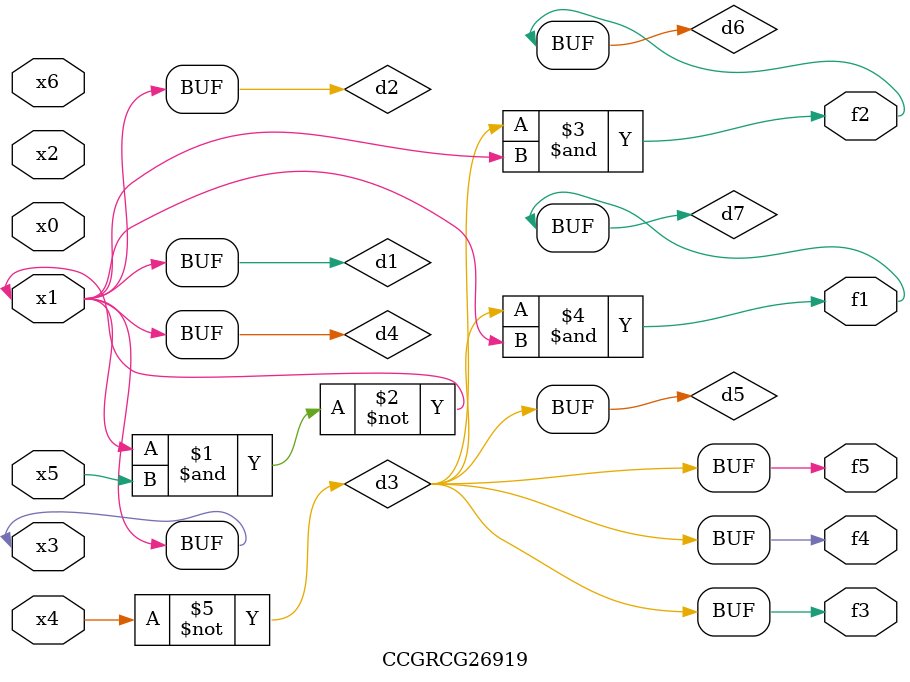
<source format=v>
module CCGRCG26919(
	input x0, x1, x2, x3, x4, x5, x6,
	output f1, f2, f3, f4, f5
);

	wire d1, d2, d3, d4, d5, d6, d7;

	buf (d1, x1, x3);
	nand (d2, x1, x5);
	not (d3, x4);
	buf (d4, d1, d2);
	buf (d5, d3);
	and (d6, d3, d4);
	and (d7, d3, d4);
	assign f1 = d7;
	assign f2 = d6;
	assign f3 = d5;
	assign f4 = d5;
	assign f5 = d5;
endmodule

</source>
